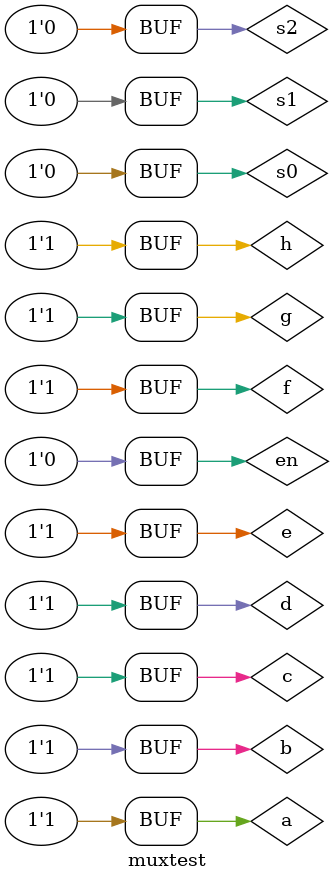
<source format=v>
`timescale 1ns / 1ps


module muxtest();
reg en,a,b,c,d,e,f,g,h,s0,s1,s2;
wire y;
mux_8x1 uut(.en(en),.a(a),.b(b),.c(c),.d(d),.e(e),.f(f),.g(g),.h(h),.s0(s0),.s1(s1),.s2(s2),.y(y));
initial
begin

a=1'b1;
b=1'b1;
c=1'b1;
d=1'b1;
e=1'b1;
f=1'b1;
g=1'b1;
h=1'b1;

s0=1'b0;
s1=1'b0;
s2=1'b0;

en=1'b0;

end
endmodule


</source>
